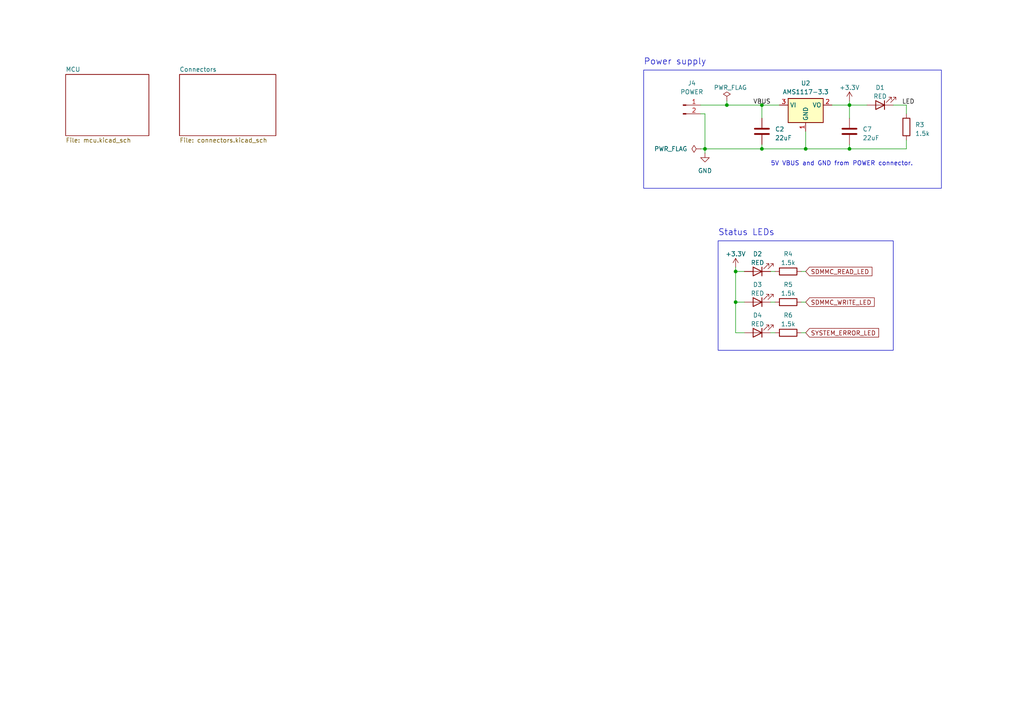
<source format=kicad_sch>
(kicad_sch (version 20230121) (generator eeschema)
  (paper "A4")
  (title_block (title "SM2M SDMMC Adapter") (date "2023-02-16") (rev "1") (company "Artem Korobko"))
  (lib_symbols
    (symbol "Connector:Conn_01x02_Pin" (pin_names (offset 1.016) hide)
      (property "Reference" "J" (at 0 2.54 0))
      (property "Value" "Conn_01x02_Pin" (at 0 -5.08 0))
      (symbol "Conn_01x02_Pin_1_1"
        (polyline (pts (xy 1.27 -2.54) (xy 0.8636 -2.54)) (stroke (width 0.1524)))
        (polyline (pts (xy 1.27 0) (xy 0.8636 0)) (stroke (width 0.1524)))
        (rectangle (start 0.8636 -2.413) (end 0 -2.667) (stroke (width 0.1524)) (fill (type outline)))
        (rectangle (start 0.8636 0.127) (end 0 -0.127) (stroke (width 0.1524)) (fill (type outline)))
        (pin passive line (at 5.08 0 180) (length 3.81) (name "Pin_1") (number "1"))
        (pin passive line (at 5.08 -2.54 180) (length 3.81) (name "Pin_2") (number "2"))
      )
    )
    (symbol "Device:C" (pin_numbers hide) (pin_names (offset 0.254))
      (property "Reference" "C" (at 0.635 2.54 0))
      (property "Value" "C" (at 0.635 -2.54 0))
      (symbol "C_0_1"
        (polyline (pts (xy -2.032 -0.762) (xy 2.032 -0.762)) (stroke (width 0.508)))
        (polyline (pts (xy -2.032 0.762) (xy 2.032 0.762)) (stroke (width 0.508)))
      )
      (symbol "C_1_1"
        (pin passive line (at 0 3.81 270) (length 2.794) (name "~") (number "1"))
        (pin passive line (at 0 -3.81 90) (length 2.794) (name "~") (number "2"))
      )
    )
    (symbol "Device:LED" (pin_numbers hide) (pin_names (offset 1.016) hide)
      (property "Reference" "D" (at 0 2.54 0))
      (property "Value" "LED" (at 0 -2.54 0))
      (symbol "LED_0_1"
        (polyline (pts (xy -1.27 -1.27) (xy -1.27 1.27)) (stroke (width 0.254)))
        (polyline (pts (xy -1.27 0) (xy 1.27 0)))
        (polyline (pts (xy 1.27 -1.27) (xy 1.27 1.27) (xy -1.27 0) (xy 1.27 -1.27)) (stroke (width 0.254)))
        (polyline (pts (xy -3.048 -0.762) (xy -4.572 -2.286) (xy -3.81 -2.286) (xy -4.572 -2.286) (xy -4.572 -1.524)))
        (polyline (pts (xy -1.778 -0.762) (xy -3.302 -2.286) (xy -2.54 -2.286) (xy -3.302 -2.286) (xy -3.302 -1.524)))
      )
      (symbol "LED_1_1"
        (pin passive line (at -3.81 0 0) (length 2.54) (name "K") (number "1"))
        (pin passive line (at 3.81 0 180) (length 2.54) (name "A") (number "2"))
      )
    )
    (symbol "Device:R" (pin_numbers hide) (pin_names (offset 0))
      (property "Reference" "R" (at 2.032 0 90))
      (property "Value" "R" (at 0 0 90))
      (symbol "R_0_1"
        (rectangle (start -1.016 -2.54) (end 1.016 2.54) (stroke (width 0.254)))
      )
      (symbol "R_1_1"
        (pin passive line (at 0 3.81 270) (length 1.27) (name "~") (number "1"))
        (pin passive line (at 0 -3.81 90) (length 1.27) (name "~") (number "2"))
      )
    )
    (symbol "Regulator_Linear:AMS1117-3.3"
      (property "Reference" "U" (at -3.81 3.175 0))
      (property "Value" "AMS1117-3.3" (at 0 3.175 0))
      (symbol "AMS1117-3.3_0_1"
        (rectangle (start -5.08 -5.08) (end 5.08 1.905) (stroke (width 0.254)) (fill (type background)))
      )
      (symbol "AMS1117-3.3_1_1"
        (pin power_in line (at 0 -7.62 90) (length 2.54) (name "GND") (number "1"))
        (pin power_out line (at 7.62 0 180) (length 2.54) (name "VO") (number "2"))
        (pin power_in line (at -7.62 0 0) (length 2.54) (name "VI") (number "3"))
      )
    )
    (symbol "power:+3.3V" (power) (pin_names (offset 0))
      (property "Value" "+3.3V" (at 0 3.556 0))
      (symbol "+3.3V_0_1"
        (polyline (pts (xy -0.762 1.27) (xy 0 2.54)))
        (polyline (pts (xy 0 0) (xy 0 2.54)))
        (polyline (pts (xy 0 2.54) (xy 0.762 1.27)))
      )
      (symbol "+3.3V_1_1"
        (pin power_in line (at 0 0 90) (length 0) hide (name "+3.3V") (number "1"))
      )
    )
    (symbol "power:GND" (power) (pin_names (offset 0))
      (property "Value" "GND" (at 0 -3.81 0))
      (symbol "GND_0_1"
        (polyline (pts (xy 0 0) (xy 0 -1.27) (xy 1.27 -1.27) (xy 0 -2.54) (xy -1.27 -1.27) (xy 0 -1.27)))
      )
      (symbol "GND_1_1"
        (pin power_in line (at 0 0 270) (length 0) hide (name "GND") (number "1"))
      )
    )
    (symbol "power:PWR_FLAG" (power) (pin_numbers hide) (pin_names (offset 0) hide)
      (property "Value" "PWR_FLAG" (at 0 3.81 0))
      (symbol "PWR_FLAG_0_0"
        (pin power_out line (at 0 0 90) (length 0) (name "pwr") (number "1"))
      )
      (symbol "PWR_FLAG_0_1"
        (polyline (pts (xy 0 0) (xy 0 1.27) (xy -1.016 1.905) (xy 0 2.54) (xy 1.016 1.905) (xy 0 1.27)))
      )
    )
  )
  (junction (at 246.38 30.48))
  (junction (at 213.36 87.63))
  (junction (at 210.82 30.48))
  (junction (at 246.38 43.18))
  (junction (at 204.47 43.18))
  (junction (at 213.36 78.74))
  (junction (at 220.98 43.18))
  (junction (at 220.98 30.48))
  (junction (at 233.68 43.18))
  (wire (pts (xy 246.38 30.48) (xy 246.38 34.29)))
  (wire (pts (xy 223.52 96.52) (xy 224.79 96.52)))
  (wire (pts (xy 262.89 30.48) (xy 262.89 33.02)))
  (wire (pts (xy 204.47 43.18) (xy 220.98 43.18)))
  (wire (pts (xy 220.98 43.18) (xy 233.68 43.18)))
  (wire (pts (xy 259.08 30.48) (xy 262.89 30.48)))
  (wire (pts (xy 223.52 78.74) (xy 224.79 78.74)))
  (wire (pts (xy 213.36 78.74) (xy 213.36 77.47)))
  (wire (pts (xy 246.38 29.21) (xy 246.38 30.48)))
  (wire (pts (xy 233.68 38.1) (xy 233.68 43.18)))
  (wire (pts (xy 210.82 30.48) (xy 220.98 30.48)))
  (wire (pts (xy 232.41 87.63) (xy 233.68 87.63)))
  (wire (pts (xy 210.82 29.21) (xy 210.82 30.48)))
  (wire (pts (xy 223.52 87.63) (xy 224.79 87.63)))
  (wire (pts (xy 246.38 41.91) (xy 246.38 43.18)))
  (wire (pts (xy 233.68 43.18) (xy 246.38 43.18)))
  (wire (pts (xy 203.2 33.02) (xy 204.47 33.02)))
  (wire (pts (xy 220.98 30.48) (xy 220.98 34.29)))
  (wire (pts (xy 241.3 30.48) (xy 246.38 30.48)))
  (wire (pts (xy 215.9 87.63) (xy 213.36 87.63)))
  (wire (pts (xy 213.36 78.74) (xy 213.36 87.63)))
  (wire (pts (xy 215.9 96.52) (xy 213.36 96.52)))
  (wire (pts (xy 246.38 43.18) (xy 262.89 43.18)))
  (wire (pts (xy 203.2 30.48) (xy 210.82 30.48)))
  (wire (pts (xy 220.98 30.48) (xy 226.06 30.48)))
  (wire (pts (xy 246.38 30.48) (xy 251.46 30.48)))
  (wire (pts (xy 232.41 78.74) (xy 233.68 78.74)))
  (wire (pts (xy 204.47 43.18) (xy 204.47 44.45)))
  (wire (pts (xy 220.98 41.91) (xy 220.98 43.18)))
  (wire (pts (xy 213.36 87.63) (xy 213.36 96.52)))
  (wire (pts (xy 262.89 40.64) (xy 262.89 43.18)))
  (wire (pts (xy 204.47 33.02) (xy 204.47 43.18)))
  (wire (pts (xy 203.2 43.18) (xy 204.47 43.18)))
  (wire (pts (xy 213.36 78.74) (xy 215.9 78.74)))
  (wire (pts (xy 232.41 96.52) (xy 233.68 96.52)))
  (rectangle (start 186.69 20.32) (end 273.05 54.61))
  (rectangle (start 208.28 69.85) (end 259.08 101.6))
  (text "5V VBUS and GND from POWER connector." (at 223.52 48.26 0) (effects (font (size 1.27 1.27)) (justify left bottom)))
  (text "Power supply" (at 186.69 19.05 0) (effects (font (size 1.8 1.8)) (justify left bottom)))
  (text "Status LEDs" (at 208.28 68.58 0) (effects (font (size 1.8 1.8)) (justify left bottom)))
  (label "LED" (at 261.62 30.48 0))
  (label "VBUS" (at 218.44 30.48 0))
  (global_label "SDMMC_READ_LED" (shape input) (at 233.68 78.74 0) (property "Intersheetrefs" "${INTERSHEET_REFS}" (effects hide)))
  (global_label "SDMMC_WRITE_LED" (shape input) (at 233.68 87.63 0) (property "Intersheetrefs" "${INTERSHEET_REFS}" (effects hide)))
  (global_label "SYSTEM_ERROR_LED" (shape input) (at 233.68 96.52 0) (property "Intersheetrefs" "${INTERSHEET_REFS}" (effects hide)))
  (symbol (lib_id "power:PWR_FLAG") (at 210.82 29.21 0) (unit 1)
    (property "Reference" "#FLG01" (effects hide))
    (property "Value" "PWR_FLAG" (at 207.01 25.4 0) (effects (justify left)))
  )
  (symbol (lib_id "Connector:Conn_01x02_Pin") (at 198.12 30.48 0) (unit 1)
    (property "Reference" "J4" (at 200.66 24.13 0))
    (property "Value" "POWER" (at 200.66 26.67 0))
    (property "Footprint" "Connector_JST:JST_EH_B2B-EH-A_1x02_P2.50mm_Vertical" (effects hide))
  )
  (symbol (lib_id "Device:LED") (at 219.71 78.74 180) (unit 1)
    (property "Reference" "D2" (at 219.71 73.66 0))
    (property "Value" "RED" (at 219.71 76.2 0))
    (property "Footprint" "LED_SMD:LED_0603_1608Metric" (effects hide))
  )
  (symbol (lib_id "Device:R") (at 228.6 96.52 90) (unit 1)
    (property "Reference" "R6" (at 228.6 91.44 90))
    (property "Value" "1.5k" (at 228.6 93.98 90))
    (property "Footprint" "Resistor_SMD:R_0603_1608Metric" (effects hide))
  )
  (symbol (lib_id "Device:R") (at 228.6 87.63 90) (unit 1)
    (property "Reference" "R5" (at 228.6 82.55 90))
    (property "Value" "1.5k" (at 228.6 85.09 90))
    (property "Footprint" "Resistor_SMD:R_0603_1608Metric" (effects hide))
  )
  (symbol (lib_id "power:PWR_FLAG") (at 203.2 43.18 90) (unit 1)
    (property "Reference" "#FLG02" (effects hide))
    (property "Value" "PWR_FLAG" (at 199.39 43.18 90) (effects (justify left)))
  )
  (symbol (lib_id "power:GND") (at 204.47 44.45 0) (unit 1)
    (property "Reference" "#PWR09" (effects hide))
    (property "Value" "GND" (at 204.47 49.53 0))
  )
  (symbol (lib_id "Device:R") (at 262.89 36.83 0) (unit 1)
    (property "Reference" "R3" (at 265.43 36.195 0) (effects (justify left)))
    (property "Value" "1.5k" (at 265.43 38.735 0) (effects (justify left)))
    (property "Footprint" "Resistor_SMD:R_0603_1608Metric" (effects hide))
  )
  (symbol (lib_id "Device:C") (at 220.98 38.1 0) (unit 1)
    (property "Reference" "C2" (at 224.79 37.465 0) (effects (justify left)))
    (property "Value" "22uF" (at 224.79 40.005 0) (effects (justify left)))
    (property "Footprint" "Capacitor_SMD:C_0603_1608Metric" (effects hide))
  )
  (symbol (lib_id "power:+3.3V") (at 213.36 77.47 0) (unit 1)
    (property "Reference" "#PWR04" (effects hide))
    (property "Value" "+3.3V" (at 213.36 73.66 0))
  )
  (symbol (lib_id "Regulator_Linear:AMS1117-3.3") (at 233.68 30.48 0) (unit 1)
    (property "Reference" "U2" (at 233.68 24.13 0))
    (property "Value" "AMS1117-3.3" (at 233.68 26.67 0))
    (property "Footprint" "Package_TO_SOT_SMD:SOT-223-3_TabPin2" (effects hide))
    (property "Datasheet" "http://www.advanced-monolithic.com/pdf/ds1117.pdf" (effects hide))
    (property "LCSL" "C6186" (effects hide))
  )
  (symbol (lib_id "Device:LED") (at 219.71 96.52 180) (unit 1)
    (property "Reference" "D4" (at 219.71 91.44 0))
    (property "Value" "RED" (at 219.71 93.98 0))
    (property "Footprint" "LED_SMD:LED_0603_1608Metric" (effects hide))
  )
  (symbol (lib_id "Device:LED") (at 255.27 30.48 180) (unit 1)
    (property "Reference" "D1" (at 255.27 25.4 0))
    (property "Value" "RED" (at 255.27 27.94 0))
    (property "Footprint" "LED_SMD:LED_0603_1608Metric" (effects hide))
  )
  (symbol (lib_id "Device:LED") (at 219.71 87.63 180) (unit 1)
    (property "Reference" "D3" (at 219.71 82.55 0))
    (property "Value" "RED" (at 219.71 85.09 0))
    (property "Footprint" "LED_SMD:LED_0603_1608Metric" (effects hide))
  )
  (symbol (lib_id "Device:R") (at 228.6 78.74 90) (unit 1)
    (property "Reference" "R4" (at 228.6 73.66 90))
    (property "Value" "1.5k" (at 228.6 76.2 90))
    (property "Footprint" "Resistor_SMD:R_0603_1608Metric" (effects hide))
  )
  (symbol (lib_id "Device:C") (at 246.38 38.1 0) (unit 1)
    (property "Reference" "C7" (at 250.19 37.465 0) (effects (justify left)))
    (property "Value" "22uF" (at 250.19 40.005 0) (effects (justify left)))
    (property "Footprint" "Capacitor_SMD:C_0603_1608Metric" (effects hide))
  )
  (symbol (lib_id "power:+3.3V") (at 246.38 29.21 0) (unit 1)
    (property "Reference" "#PWR011" (effects hide))
    (property "Value" "+3.3V" (at 246.38 25.4 0))
  )
  (sheet (at 52.07 21.59) (size 27.94 17.78) (stroke (width 0.1524))
    (property "Sheetname" "Connectors" (at 52.07 20.8784 0) (effects (justify left bottom)))
    (property "Sheetfile" "connectors.kicad_sch" (at 52.07 39.9546 0) (effects (justify left top)))
  )
  (sheet (at 19.05 21.59) (size 24.13 17.78) (stroke (width 0.1524))
    (property "Sheetname" "MCU" (at 19.05 20.8784 0) (effects (justify left bottom)))
    (property "Sheetfile" "mcu.kicad_sch" (at 19.05 39.9546 0) (effects (justify left top)))
  )
)
</source>
